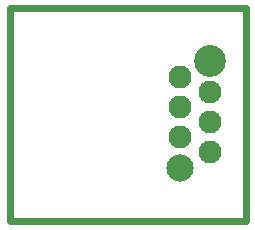
<source format=gbs>
G04*
G04 #@! TF.GenerationSoftware,Altium Limited,CircuitStudio,1.5.2 (30)*
G04*
G04 Layer_Color=16711935*
%FSLAX24Y24*%
%MOIN*%
G70*
G01*
G75*
%ADD24C,0.0236*%
%ADD26C,0.0769*%
%ADD27C,0.1064*%
%ADD28C,0.0907*%
D24*
X0Y0D02*
X7874D01*
Y7087D01*
X0D02*
X7874D01*
X0Y0D02*
Y7087D01*
D26*
X6691Y4293D02*
D03*
X5691Y4793D02*
D03*
X6691Y3293D02*
D03*
Y2293D02*
D03*
X5691Y3793D02*
D03*
Y2793D02*
D03*
D27*
X6691Y5317D02*
D03*
D28*
X5691Y1770D02*
D03*
M02*

</source>
